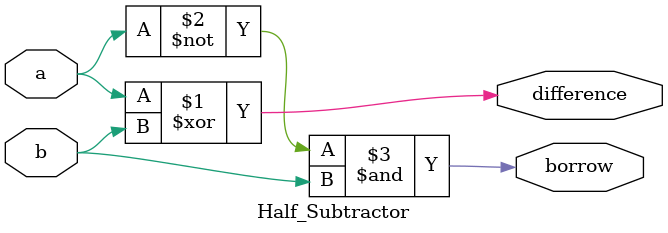
<source format=v>

module Half_Subtractor(a,b,difference,borrow);
input a,b;
output difference,borrow;
assign difference = a ^ b;
assign borrow = (~a)&b;
endmodule

</source>
